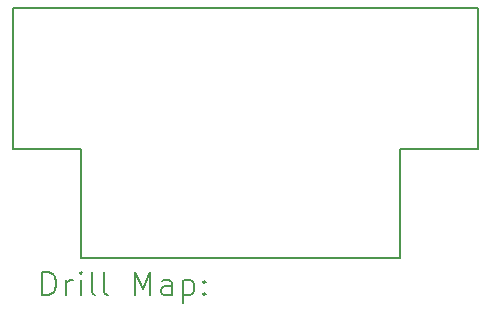
<source format=gbr>
%TF.GenerationSoftware,KiCad,Pcbnew,7.0.6+dfsg-1*%
%TF.CreationDate,2023-08-24T12:50:27+02:00*%
%TF.ProjectId,OV7670,4f563736-3730-42e6-9b69-6361645f7063,v1.2*%
%TF.SameCoordinates,Original*%
%TF.FileFunction,Drillmap*%
%TF.FilePolarity,Positive*%
%FSLAX45Y45*%
G04 Gerber Fmt 4.5, Leading zero omitted, Abs format (unit mm)*
G04 Created by KiCad (PCBNEW 7.0.6+dfsg-1) date 2023-08-24 12:50:27*
%MOMM*%
%LPD*%
G01*
G04 APERTURE LIST*
%ADD10C,0.150000*%
%ADD11C,0.200000*%
G04 APERTURE END LIST*
D10*
X9513771Y-4076000D02*
X9513771Y-2876000D01*
X6157000Y-4994000D02*
X8854000Y-4994000D01*
X6157000Y-4076000D02*
X6157000Y-4994000D01*
X8854000Y-4076501D02*
X9514000Y-4076501D01*
X8854000Y-4994000D02*
X8854000Y-4076501D01*
X5574459Y-4076000D02*
X6157000Y-4076000D01*
X5575000Y-2876000D02*
X5575000Y-4076000D01*
X9513771Y-2876000D02*
X5575000Y-2876000D01*
D11*
X5827735Y-5312984D02*
X5827735Y-5112984D01*
X5827735Y-5112984D02*
X5875354Y-5112984D01*
X5875354Y-5112984D02*
X5903926Y-5122508D01*
X5903926Y-5122508D02*
X5922973Y-5141555D01*
X5922973Y-5141555D02*
X5932497Y-5160603D01*
X5932497Y-5160603D02*
X5942021Y-5198698D01*
X5942021Y-5198698D02*
X5942021Y-5227270D01*
X5942021Y-5227270D02*
X5932497Y-5265365D01*
X5932497Y-5265365D02*
X5922973Y-5284412D01*
X5922973Y-5284412D02*
X5903926Y-5303460D01*
X5903926Y-5303460D02*
X5875354Y-5312984D01*
X5875354Y-5312984D02*
X5827735Y-5312984D01*
X6027735Y-5312984D02*
X6027735Y-5179650D01*
X6027735Y-5217746D02*
X6037259Y-5198698D01*
X6037259Y-5198698D02*
X6046783Y-5189174D01*
X6046783Y-5189174D02*
X6065831Y-5179650D01*
X6065831Y-5179650D02*
X6084878Y-5179650D01*
X6151545Y-5312984D02*
X6151545Y-5179650D01*
X6151545Y-5112984D02*
X6142021Y-5122508D01*
X6142021Y-5122508D02*
X6151545Y-5132031D01*
X6151545Y-5132031D02*
X6161069Y-5122508D01*
X6161069Y-5122508D02*
X6151545Y-5112984D01*
X6151545Y-5112984D02*
X6151545Y-5132031D01*
X6275354Y-5312984D02*
X6256307Y-5303460D01*
X6256307Y-5303460D02*
X6246783Y-5284412D01*
X6246783Y-5284412D02*
X6246783Y-5112984D01*
X6380116Y-5312984D02*
X6361069Y-5303460D01*
X6361069Y-5303460D02*
X6351545Y-5284412D01*
X6351545Y-5284412D02*
X6351545Y-5112984D01*
X6608688Y-5312984D02*
X6608688Y-5112984D01*
X6608688Y-5112984D02*
X6675354Y-5255841D01*
X6675354Y-5255841D02*
X6742021Y-5112984D01*
X6742021Y-5112984D02*
X6742021Y-5312984D01*
X6922973Y-5312984D02*
X6922973Y-5208222D01*
X6922973Y-5208222D02*
X6913450Y-5189174D01*
X6913450Y-5189174D02*
X6894402Y-5179650D01*
X6894402Y-5179650D02*
X6856307Y-5179650D01*
X6856307Y-5179650D02*
X6837259Y-5189174D01*
X6922973Y-5303460D02*
X6903926Y-5312984D01*
X6903926Y-5312984D02*
X6856307Y-5312984D01*
X6856307Y-5312984D02*
X6837259Y-5303460D01*
X6837259Y-5303460D02*
X6827735Y-5284412D01*
X6827735Y-5284412D02*
X6827735Y-5265365D01*
X6827735Y-5265365D02*
X6837259Y-5246317D01*
X6837259Y-5246317D02*
X6856307Y-5236793D01*
X6856307Y-5236793D02*
X6903926Y-5236793D01*
X6903926Y-5236793D02*
X6922973Y-5227270D01*
X7018212Y-5179650D02*
X7018212Y-5379650D01*
X7018212Y-5189174D02*
X7037259Y-5179650D01*
X7037259Y-5179650D02*
X7075354Y-5179650D01*
X7075354Y-5179650D02*
X7094402Y-5189174D01*
X7094402Y-5189174D02*
X7103926Y-5198698D01*
X7103926Y-5198698D02*
X7113450Y-5217746D01*
X7113450Y-5217746D02*
X7113450Y-5274889D01*
X7113450Y-5274889D02*
X7103926Y-5293936D01*
X7103926Y-5293936D02*
X7094402Y-5303460D01*
X7094402Y-5303460D02*
X7075354Y-5312984D01*
X7075354Y-5312984D02*
X7037259Y-5312984D01*
X7037259Y-5312984D02*
X7018212Y-5303460D01*
X7199164Y-5293936D02*
X7208688Y-5303460D01*
X7208688Y-5303460D02*
X7199164Y-5312984D01*
X7199164Y-5312984D02*
X7189640Y-5303460D01*
X7189640Y-5303460D02*
X7199164Y-5293936D01*
X7199164Y-5293936D02*
X7199164Y-5312984D01*
X7199164Y-5189174D02*
X7208688Y-5198698D01*
X7208688Y-5198698D02*
X7199164Y-5208222D01*
X7199164Y-5208222D02*
X7189640Y-5198698D01*
X7189640Y-5198698D02*
X7199164Y-5189174D01*
X7199164Y-5189174D02*
X7199164Y-5208222D01*
M02*

</source>
